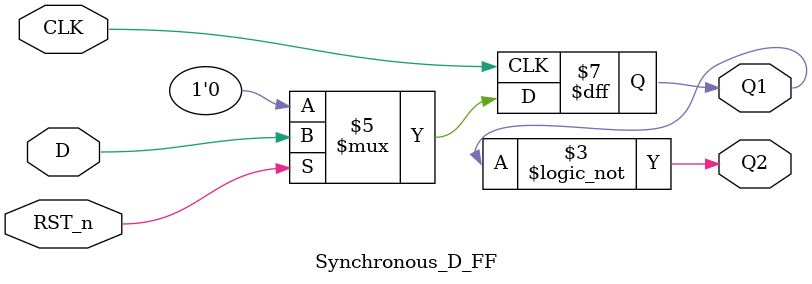
<source format=v>
`timescale 1ns / 1ps


module Synchronous_D_FF(
    input CLK, //Ê±ÖÓÐÅºÅ£¬ÉÏÉýÑØÓÐÐ§
    input D, //ÊäÈëÐÅºÅ D
    input RST_n, //¸´Î»ÐÅºÅ£¬µÍµçÆ½ÓÐÐ§
    output reg Q1, //Êä³öÐÅºÅ Q
    output Q2//Êä³öÐÅºÅ ~Q  
    );
    always@(posedge CLK)
    begin    
        if(!RST_n)
           begin
            Q1<=0;
            end
        else
            begin
            Q1<=D;
            end
    end        
    assign Q2 = !Q1;
endmodule

</source>
